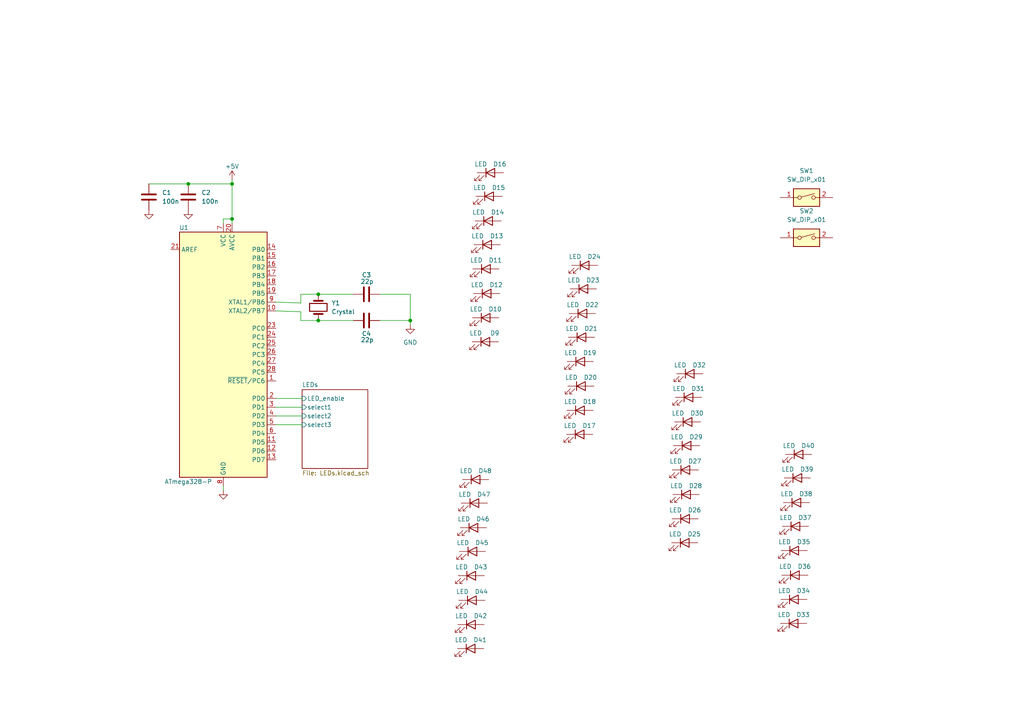
<source format=kicad_sch>
(kicad_sch (version 20230121) (generator eeschema)

  (uuid 1e5b5a6a-6e59-42d8-b7fa-a476a876e447)

  (paper "A4")

  (lib_symbols
    (symbol "Device:C" (pin_numbers hide) (pin_names (offset 0.254)) (in_bom yes) (on_board yes)
      (property "Reference" "C" (at 0.635 2.54 0)
        (effects (font (size 1.27 1.27)) (justify left))
      )
      (property "Value" "C" (at 0.635 -2.54 0)
        (effects (font (size 1.27 1.27)) (justify left))
      )
      (property "Footprint" "" (at 0.9652 -3.81 0)
        (effects (font (size 1.27 1.27)) hide)
      )
      (property "Datasheet" "~" (at 0 0 0)
        (effects (font (size 1.27 1.27)) hide)
      )
      (property "ki_keywords" "cap capacitor" (at 0 0 0)
        (effects (font (size 1.27 1.27)) hide)
      )
      (property "ki_description" "Unpolarized capacitor" (at 0 0 0)
        (effects (font (size 1.27 1.27)) hide)
      )
      (property "ki_fp_filters" "C_*" (at 0 0 0)
        (effects (font (size 1.27 1.27)) hide)
      )
      (symbol "C_0_1"
        (polyline
          (pts
            (xy -2.032 -0.762)
            (xy 2.032 -0.762)
          )
          (stroke (width 0.508) (type default))
          (fill (type none))
        )
        (polyline
          (pts
            (xy -2.032 0.762)
            (xy 2.032 0.762)
          )
          (stroke (width 0.508) (type default))
          (fill (type none))
        )
      )
      (symbol "C_1_1"
        (pin passive line (at 0 3.81 270) (length 2.794)
          (name "~" (effects (font (size 1.27 1.27))))
          (number "1" (effects (font (size 1.27 1.27))))
        )
        (pin passive line (at 0 -3.81 90) (length 2.794)
          (name "~" (effects (font (size 1.27 1.27))))
          (number "2" (effects (font (size 1.27 1.27))))
        )
      )
    )
    (symbol "Device:Crystal" (pin_numbers hide) (pin_names (offset 1.016) hide) (in_bom yes) (on_board yes)
      (property "Reference" "Y" (at 0 3.81 0)
        (effects (font (size 1.27 1.27)))
      )
      (property "Value" "Crystal" (at 0 -3.81 0)
        (effects (font (size 1.27 1.27)))
      )
      (property "Footprint" "" (at 0 0 0)
        (effects (font (size 1.27 1.27)) hide)
      )
      (property "Datasheet" "~" (at 0 0 0)
        (effects (font (size 1.27 1.27)) hide)
      )
      (property "ki_keywords" "quartz ceramic resonator oscillator" (at 0 0 0)
        (effects (font (size 1.27 1.27)) hide)
      )
      (property "ki_description" "Two pin crystal" (at 0 0 0)
        (effects (font (size 1.27 1.27)) hide)
      )
      (property "ki_fp_filters" "Crystal*" (at 0 0 0)
        (effects (font (size 1.27 1.27)) hide)
      )
      (symbol "Crystal_0_1"
        (rectangle (start -1.143 2.54) (end 1.143 -2.54)
          (stroke (width 0.3048) (type default))
          (fill (type none))
        )
        (polyline
          (pts
            (xy -2.54 0)
            (xy -1.905 0)
          )
          (stroke (width 0) (type default))
          (fill (type none))
        )
        (polyline
          (pts
            (xy -1.905 -1.27)
            (xy -1.905 1.27)
          )
          (stroke (width 0.508) (type default))
          (fill (type none))
        )
        (polyline
          (pts
            (xy 1.905 -1.27)
            (xy 1.905 1.27)
          )
          (stroke (width 0.508) (type default))
          (fill (type none))
        )
        (polyline
          (pts
            (xy 2.54 0)
            (xy 1.905 0)
          )
          (stroke (width 0) (type default))
          (fill (type none))
        )
      )
      (symbol "Crystal_1_1"
        (pin passive line (at -3.81 0 0) (length 1.27)
          (name "1" (effects (font (size 1.27 1.27))))
          (number "1" (effects (font (size 1.27 1.27))))
        )
        (pin passive line (at 3.81 0 180) (length 1.27)
          (name "2" (effects (font (size 1.27 1.27))))
          (number "2" (effects (font (size 1.27 1.27))))
        )
      )
    )
    (symbol "Device:LED" (pin_numbers hide) (pin_names (offset 1.016) hide) (in_bom yes) (on_board yes)
      (property "Reference" "D" (at 0 2.54 0)
        (effects (font (size 1.27 1.27)))
      )
      (property "Value" "LED" (at 0 -2.54 0)
        (effects (font (size 1.27 1.27)))
      )
      (property "Footprint" "" (at 0 0 0)
        (effects (font (size 1.27 1.27)) hide)
      )
      (property "Datasheet" "~" (at 0 0 0)
        (effects (font (size 1.27 1.27)) hide)
      )
      (property "ki_keywords" "LED diode" (at 0 0 0)
        (effects (font (size 1.27 1.27)) hide)
      )
      (property "ki_description" "Light emitting diode" (at 0 0 0)
        (effects (font (size 1.27 1.27)) hide)
      )
      (property "ki_fp_filters" "LED* LED_SMD:* LED_THT:*" (at 0 0 0)
        (effects (font (size 1.27 1.27)) hide)
      )
      (symbol "LED_0_1"
        (polyline
          (pts
            (xy -1.27 -1.27)
            (xy -1.27 1.27)
          )
          (stroke (width 0.254) (type default))
          (fill (type none))
        )
        (polyline
          (pts
            (xy -1.27 0)
            (xy 1.27 0)
          )
          (stroke (width 0) (type default))
          (fill (type none))
        )
        (polyline
          (pts
            (xy 1.27 -1.27)
            (xy 1.27 1.27)
            (xy -1.27 0)
            (xy 1.27 -1.27)
          )
          (stroke (width 0.254) (type default))
          (fill (type none))
        )
        (polyline
          (pts
            (xy -3.048 -0.762)
            (xy -4.572 -2.286)
            (xy -3.81 -2.286)
            (xy -4.572 -2.286)
            (xy -4.572 -1.524)
          )
          (stroke (width 0) (type default))
          (fill (type none))
        )
        (polyline
          (pts
            (xy -1.778 -0.762)
            (xy -3.302 -2.286)
            (xy -2.54 -2.286)
            (xy -3.302 -2.286)
            (xy -3.302 -1.524)
          )
          (stroke (width 0) (type default))
          (fill (type none))
        )
      )
      (symbol "LED_1_1"
        (pin passive line (at -3.81 0 0) (length 2.54)
          (name "K" (effects (font (size 1.27 1.27))))
          (number "1" (effects (font (size 1.27 1.27))))
        )
        (pin passive line (at 3.81 0 180) (length 2.54)
          (name "A" (effects (font (size 1.27 1.27))))
          (number "2" (effects (font (size 1.27 1.27))))
        )
      )
    )
    (symbol "MCU_Microchip_ATmega:ATmega328-P" (in_bom yes) (on_board yes)
      (property "Reference" "U" (at -12.7 36.83 0)
        (effects (font (size 1.27 1.27)) (justify left bottom))
      )
      (property "Value" "ATmega328-P" (at 2.54 -36.83 0)
        (effects (font (size 1.27 1.27)) (justify left top))
      )
      (property "Footprint" "Package_DIP:DIP-28_W7.62mm" (at 0 0 0)
        (effects (font (size 1.27 1.27) italic) hide)
      )
      (property "Datasheet" "http://ww1.microchip.com/downloads/en/DeviceDoc/ATmega328_P%20AVR%20MCU%20with%20picoPower%20Technology%20Data%20Sheet%2040001984A.pdf" (at 0 0 0)
        (effects (font (size 1.27 1.27)) hide)
      )
      (property "ki_keywords" "AVR 8bit Microcontroller MegaAVR" (at 0 0 0)
        (effects (font (size 1.27 1.27)) hide)
      )
      (property "ki_description" "20MHz, 32kB Flash, 2kB SRAM, 1kB EEPROM, DIP-28" (at 0 0 0)
        (effects (font (size 1.27 1.27)) hide)
      )
      (property "ki_fp_filters" "DIP*W7.62mm*" (at 0 0 0)
        (effects (font (size 1.27 1.27)) hide)
      )
      (symbol "ATmega328-P_0_1"
        (rectangle (start -12.7 -35.56) (end 12.7 35.56)
          (stroke (width 0.254) (type default))
          (fill (type background))
        )
      )
      (symbol "ATmega328-P_1_1"
        (pin bidirectional line (at 15.24 -7.62 180) (length 2.54)
          (name "~{RESET}/PC6" (effects (font (size 1.27 1.27))))
          (number "1" (effects (font (size 1.27 1.27))))
        )
        (pin bidirectional line (at 15.24 12.7 180) (length 2.54)
          (name "XTAL2/PB7" (effects (font (size 1.27 1.27))))
          (number "10" (effects (font (size 1.27 1.27))))
        )
        (pin bidirectional line (at 15.24 -25.4 180) (length 2.54)
          (name "PD5" (effects (font (size 1.27 1.27))))
          (number "11" (effects (font (size 1.27 1.27))))
        )
        (pin bidirectional line (at 15.24 -27.94 180) (length 2.54)
          (name "PD6" (effects (font (size 1.27 1.27))))
          (number "12" (effects (font (size 1.27 1.27))))
        )
        (pin bidirectional line (at 15.24 -30.48 180) (length 2.54)
          (name "PD7" (effects (font (size 1.27 1.27))))
          (number "13" (effects (font (size 1.27 1.27))))
        )
        (pin bidirectional line (at 15.24 30.48 180) (length 2.54)
          (name "PB0" (effects (font (size 1.27 1.27))))
          (number "14" (effects (font (size 1.27 1.27))))
        )
        (pin bidirectional line (at 15.24 27.94 180) (length 2.54)
          (name "PB1" (effects (font (size 1.27 1.27))))
          (number "15" (effects (font (size 1.27 1.27))))
        )
        (pin bidirectional line (at 15.24 25.4 180) (length 2.54)
          (name "PB2" (effects (font (size 1.27 1.27))))
          (number "16" (effects (font (size 1.27 1.27))))
        )
        (pin bidirectional line (at 15.24 22.86 180) (length 2.54)
          (name "PB3" (effects (font (size 1.27 1.27))))
          (number "17" (effects (font (size 1.27 1.27))))
        )
        (pin bidirectional line (at 15.24 20.32 180) (length 2.54)
          (name "PB4" (effects (font (size 1.27 1.27))))
          (number "18" (effects (font (size 1.27 1.27))))
        )
        (pin bidirectional line (at 15.24 17.78 180) (length 2.54)
          (name "PB5" (effects (font (size 1.27 1.27))))
          (number "19" (effects (font (size 1.27 1.27))))
        )
        (pin bidirectional line (at 15.24 -12.7 180) (length 2.54)
          (name "PD0" (effects (font (size 1.27 1.27))))
          (number "2" (effects (font (size 1.27 1.27))))
        )
        (pin power_in line (at 2.54 38.1 270) (length 2.54)
          (name "AVCC" (effects (font (size 1.27 1.27))))
          (number "20" (effects (font (size 1.27 1.27))))
        )
        (pin passive line (at -15.24 30.48 0) (length 2.54)
          (name "AREF" (effects (font (size 1.27 1.27))))
          (number "21" (effects (font (size 1.27 1.27))))
        )
        (pin passive line (at 0 -38.1 90) (length 2.54) hide
          (name "GND" (effects (font (size 1.27 1.27))))
          (number "22" (effects (font (size 1.27 1.27))))
        )
        (pin bidirectional line (at 15.24 7.62 180) (length 2.54)
          (name "PC0" (effects (font (size 1.27 1.27))))
          (number "23" (effects (font (size 1.27 1.27))))
        )
        (pin bidirectional line (at 15.24 5.08 180) (length 2.54)
          (name "PC1" (effects (font (size 1.27 1.27))))
          (number "24" (effects (font (size 1.27 1.27))))
        )
        (pin bidirectional line (at 15.24 2.54 180) (length 2.54)
          (name "PC2" (effects (font (size 1.27 1.27))))
          (number "25" (effects (font (size 1.27 1.27))))
        )
        (pin bidirectional line (at 15.24 0 180) (length 2.54)
          (name "PC3" (effects (font (size 1.27 1.27))))
          (number "26" (effects (font (size 1.27 1.27))))
        )
        (pin bidirectional line (at 15.24 -2.54 180) (length 2.54)
          (name "PC4" (effects (font (size 1.27 1.27))))
          (number "27" (effects (font (size 1.27 1.27))))
        )
        (pin bidirectional line (at 15.24 -5.08 180) (length 2.54)
          (name "PC5" (effects (font (size 1.27 1.27))))
          (number "28" (effects (font (size 1.27 1.27))))
        )
        (pin bidirectional line (at 15.24 -15.24 180) (length 2.54)
          (name "PD1" (effects (font (size 1.27 1.27))))
          (number "3" (effects (font (size 1.27 1.27))))
        )
        (pin bidirectional line (at 15.24 -17.78 180) (length 2.54)
          (name "PD2" (effects (font (size 1.27 1.27))))
          (number "4" (effects (font (size 1.27 1.27))))
        )
        (pin bidirectional line (at 15.24 -20.32 180) (length 2.54)
          (name "PD3" (effects (font (size 1.27 1.27))))
          (number "5" (effects (font (size 1.27 1.27))))
        )
        (pin bidirectional line (at 15.24 -22.86 180) (length 2.54)
          (name "PD4" (effects (font (size 1.27 1.27))))
          (number "6" (effects (font (size 1.27 1.27))))
        )
        (pin power_in line (at 0 38.1 270) (length 2.54)
          (name "VCC" (effects (font (size 1.27 1.27))))
          (number "7" (effects (font (size 1.27 1.27))))
        )
        (pin power_in line (at 0 -38.1 90) (length 2.54)
          (name "GND" (effects (font (size 1.27 1.27))))
          (number "8" (effects (font (size 1.27 1.27))))
        )
        (pin bidirectional line (at 15.24 15.24 180) (length 2.54)
          (name "XTAL1/PB6" (effects (font (size 1.27 1.27))))
          (number "9" (effects (font (size 1.27 1.27))))
        )
      )
    )
    (symbol "Switch:SW_DIP_x01" (pin_names (offset 0) hide) (in_bom yes) (on_board yes)
      (property "Reference" "SW" (at 0 3.81 0)
        (effects (font (size 1.27 1.27)))
      )
      (property "Value" "SW_DIP_x01" (at 0 -3.81 0)
        (effects (font (size 1.27 1.27)))
      )
      (property "Footprint" "" (at 0 0 0)
        (effects (font (size 1.27 1.27)) hide)
      )
      (property "Datasheet" "~" (at 0 0 0)
        (effects (font (size 1.27 1.27)) hide)
      )
      (property "ki_keywords" "dip switch" (at 0 0 0)
        (effects (font (size 1.27 1.27)) hide)
      )
      (property "ki_description" "1x DIP Switch, Single Pole Single Throw (SPST) switch, small symbol" (at 0 0 0)
        (effects (font (size 1.27 1.27)) hide)
      )
      (property "ki_fp_filters" "SW?DIP?x1*" (at 0 0 0)
        (effects (font (size 1.27 1.27)) hide)
      )
      (symbol "SW_DIP_x01_0_0"
        (circle (center -2.032 0) (radius 0.508)
          (stroke (width 0) (type default))
          (fill (type none))
        )
        (polyline
          (pts
            (xy -1.524 0.127)
            (xy 2.3622 1.1684)
          )
          (stroke (width 0) (type default))
          (fill (type none))
        )
        (circle (center 2.032 0) (radius 0.508)
          (stroke (width 0) (type default))
          (fill (type none))
        )
      )
      (symbol "SW_DIP_x01_0_1"
        (rectangle (start -3.81 2.54) (end 3.81 -2.54)
          (stroke (width 0.254) (type default))
          (fill (type background))
        )
      )
      (symbol "SW_DIP_x01_1_1"
        (pin passive line (at -7.62 0 0) (length 5.08)
          (name "~" (effects (font (size 1.27 1.27))))
          (number "1" (effects (font (size 1.27 1.27))))
        )
        (pin passive line (at 7.62 0 180) (length 5.08)
          (name "~" (effects (font (size 1.27 1.27))))
          (number "2" (effects (font (size 1.27 1.27))))
        )
      )
    )
    (symbol "power:+5V" (power) (pin_names (offset 0)) (in_bom yes) (on_board yes)
      (property "Reference" "#PWR" (at 0 -3.81 0)
        (effects (font (size 1.27 1.27)) hide)
      )
      (property "Value" "+5V" (at 0 3.556 0)
        (effects (font (size 1.27 1.27)))
      )
      (property "Footprint" "" (at 0 0 0)
        (effects (font (size 1.27 1.27)) hide)
      )
      (property "Datasheet" "" (at 0 0 0)
        (effects (font (size 1.27 1.27)) hide)
      )
      (property "ki_keywords" "global power" (at 0 0 0)
        (effects (font (size 1.27 1.27)) hide)
      )
      (property "ki_description" "Power symbol creates a global label with name \"+5V\"" (at 0 0 0)
        (effects (font (size 1.27 1.27)) hide)
      )
      (symbol "+5V_0_1"
        (polyline
          (pts
            (xy -0.762 1.27)
            (xy 0 2.54)
          )
          (stroke (width 0) (type default))
          (fill (type none))
        )
        (polyline
          (pts
            (xy 0 0)
            (xy 0 2.54)
          )
          (stroke (width 0) (type default))
          (fill (type none))
        )
        (polyline
          (pts
            (xy 0 2.54)
            (xy 0.762 1.27)
          )
          (stroke (width 0) (type default))
          (fill (type none))
        )
      )
      (symbol "+5V_1_1"
        (pin power_in line (at 0 0 90) (length 0) hide
          (name "+5V" (effects (font (size 1.27 1.27))))
          (number "1" (effects (font (size 1.27 1.27))))
        )
      )
    )
    (symbol "power:GND" (power) (pin_names (offset 0)) (in_bom yes) (on_board yes)
      (property "Reference" "#PWR" (at 0 -6.35 0)
        (effects (font (size 1.27 1.27)) hide)
      )
      (property "Value" "GND" (at 0 -3.81 0)
        (effects (font (size 1.27 1.27)))
      )
      (property "Footprint" "" (at 0 0 0)
        (effects (font (size 1.27 1.27)) hide)
      )
      (property "Datasheet" "" (at 0 0 0)
        (effects (font (size 1.27 1.27)) hide)
      )
      (property "ki_keywords" "global power" (at 0 0 0)
        (effects (font (size 1.27 1.27)) hide)
      )
      (property "ki_description" "Power symbol creates a global label with name \"GND\" , ground" (at 0 0 0)
        (effects (font (size 1.27 1.27)) hide)
      )
      (symbol "GND_0_1"
        (polyline
          (pts
            (xy 0 0)
            (xy 0 -1.27)
            (xy 1.27 -1.27)
            (xy 0 -2.54)
            (xy -1.27 -1.27)
            (xy 0 -1.27)
          )
          (stroke (width 0) (type default))
          (fill (type none))
        )
      )
      (symbol "GND_1_1"
        (pin power_in line (at 0 0 270) (length 0) hide
          (name "GND" (effects (font (size 1.27 1.27))))
          (number "1" (effects (font (size 1.27 1.27))))
        )
      )
    )
  )

  (junction (at 118.999 92.964) (diameter 0) (color 0 0 0 0)
    (uuid 77be0a96-0af6-4e06-a826-c72d30e70d23)
  )
  (junction (at 92.329 85.344) (diameter 0) (color 0 0 0 0)
    (uuid 7859ff5d-5055-4d97-80ea-7ea4796fca5f)
  )
  (junction (at 54.61 53.34) (diameter 0) (color 0 0 0 0)
    (uuid 95ff003b-995a-4cc5-b024-8dab59ad1b96)
  )
  (junction (at 92.329 92.964) (diameter 0) (color 0 0 0 0)
    (uuid 97c29394-7dae-4a66-aff8-c02c7406368d)
  )
  (junction (at 67.31 53.34) (diameter 0) (color 0 0 0 0)
    (uuid 9b364bb5-1a7e-4d55-af60-5a35f4bfe3c0)
  )
  (junction (at 67.31 63.5) (diameter 0) (color 0 0 0 0)
    (uuid e9e03a6d-f6c3-4b01-9fe3-b7f295cb640f)
  )

  (wire (pts (xy 67.31 53.34) (xy 67.31 63.5))
    (stroke (width 0) (type default))
    (uuid 11b4288c-7628-4a0d-a413-e0e699ad881c)
  )
  (wire (pts (xy 80.01 90.17) (xy 87.249 90.424))
    (stroke (width 0) (type default))
    (uuid 1cf8f099-161b-488c-818d-56d8f5d31981)
  )
  (wire (pts (xy 80.01 115.57) (xy 87.63 115.57))
    (stroke (width 0) (type default))
    (uuid 23aeeba2-369b-4ae6-a312-7600dc4c887c)
  )
  (wire (pts (xy 87.249 92.964) (xy 92.329 92.964))
    (stroke (width 0) (type default))
    (uuid 289a5ee4-99aa-47db-b9e5-f3002f32c653)
  )
  (wire (pts (xy 64.77 64.77) (xy 64.77 63.5))
    (stroke (width 0) (type default))
    (uuid 2fa788ed-02af-4154-984e-91290b22da7a)
  )
  (wire (pts (xy 92.329 85.344) (xy 102.489 85.344))
    (stroke (width 0) (type default))
    (uuid 39b57376-3897-41c8-9ed5-e94cccb61fc8)
  )
  (wire (pts (xy 80.01 123.19) (xy 87.63 123.19))
    (stroke (width 0) (type default))
    (uuid 3ccc10b6-a259-4949-8db4-1d1f6d46d0db)
  )
  (wire (pts (xy 87.249 85.344) (xy 92.329 85.344))
    (stroke (width 0) (type default))
    (uuid 3e03cbce-ed4b-4a0e-8bb3-19f6b996522c)
  )
  (wire (pts (xy 80.01 118.11) (xy 87.63 118.11))
    (stroke (width 0) (type default))
    (uuid 647aa50b-d45f-4aa8-94d5-fbca483307d8)
  )
  (wire (pts (xy 64.77 63.5) (xy 67.31 63.5))
    (stroke (width 0) (type default))
    (uuid 707e044c-49fc-4ecb-a62f-a16f6a2cfed2)
  )
  (wire (pts (xy 118.999 85.344) (xy 118.999 92.964))
    (stroke (width 0) (type default))
    (uuid 7092d400-7476-47ca-ac15-7ae8b877c80f)
  )
  (wire (pts (xy 87.249 90.424) (xy 87.249 92.964))
    (stroke (width 0) (type default))
    (uuid 782c6977-ba28-4c8a-bfdb-8e715deb5af7)
  )
  (wire (pts (xy 67.31 63.5) (xy 67.31 64.77))
    (stroke (width 0) (type default))
    (uuid 86b5e5a9-f2c3-4f7c-b87c-46570b2ab5a9)
  )
  (wire (pts (xy 80.01 120.65) (xy 87.63 120.65))
    (stroke (width 0) (type default))
    (uuid b1eb77c1-fe67-40b6-90a9-47e3ca2a1e44)
  )
  (wire (pts (xy 110.109 85.344) (xy 118.999 85.344))
    (stroke (width 0) (type default))
    (uuid b5877826-9af5-4ae1-83d4-088eebd0c691)
  )
  (wire (pts (xy 54.61 53.34) (xy 43.18 53.34))
    (stroke (width 0) (type default))
    (uuid ba5eee6d-08ac-4307-ae95-6ac578a95fd3)
  )
  (wire (pts (xy 110.109 92.964) (xy 118.999 92.964))
    (stroke (width 0) (type default))
    (uuid c7b5f9dc-bff9-4786-bc35-0648cd6ccbec)
  )
  (wire (pts (xy 92.329 92.964) (xy 102.489 92.964))
    (stroke (width 0) (type default))
    (uuid cf93340f-0a54-4186-9e28-a338d8f5e047)
  )
  (wire (pts (xy 67.31 53.34) (xy 54.61 53.34))
    (stroke (width 0) (type default))
    (uuid d2866cd0-9a80-46c1-803a-c62e0ed03ed6)
  )
  (wire (pts (xy 87.249 87.884) (xy 87.249 85.344))
    (stroke (width 0) (type default))
    (uuid e41a1716-7eec-4789-a175-d52d94946f89)
  )
  (wire (pts (xy 80.01 87.63) (xy 87.249 87.884))
    (stroke (width 0) (type default))
    (uuid e4e60c6f-8f49-4a37-94d8-c087cfac2645)
  )
  (wire (pts (xy 118.999 92.964) (xy 118.999 94.234))
    (stroke (width 0) (type default))
    (uuid f656ed04-980c-4d28-8783-c1b0ae08e3f1)
  )
  (wire (pts (xy 64.77 140.97) (xy 64.77 142.24))
    (stroke (width 0) (type default))
    (uuid f69b9505-a43f-4eea-a6da-1e926ecdbb92)
  )
  (wire (pts (xy 67.31 52.07) (xy 67.31 53.34))
    (stroke (width 0) (type default))
    (uuid f995080e-26b4-466e-b524-9e417efb13be)
  )

  (symbol (lib_id "Device:LED") (at 199.6948 115.2398 0) (unit 1)
    (in_bom yes) (on_board yes) (dnp no)
    (uuid 02b2b7c5-d922-453d-a9b8-10bdf8cf9ccb)
    (property "Reference" "D31" (at 202.438 112.7252 0)
      (effects (font (size 1.27 1.27)))
    )
    (property "Value" "LED" (at 196.9262 112.7252 0)
      (effects (font (size 1.27 1.27)))
    )
    (property "Footprint" "" (at 199.6948 115.2398 0)
      (effects (font (size 1.27 1.27)) hide)
    )
    (property "Datasheet" "~" (at 199.6948 115.2398 0)
      (effects (font (size 1.27 1.27)) hide)
    )
    (pin "1" (uuid f728f5ba-7dab-43f7-90d7-841dd6623c72))
    (pin "2" (uuid ade10629-b037-4bff-8652-908bf3a3bf8a))
    (instances
      (project "scouting"
        (path "/1e5b5a6a-6e59-42d8-b7fa-a476a876e447"
          (reference "D31") (unit 1)
        )
      )
    )
  )

  (symbol (lib_id "Device:LED") (at 137.5918 145.923 0) (unit 1)
    (in_bom yes) (on_board yes) (dnp no)
    (uuid 05d466d1-6d62-4003-8e62-df2e4ae01664)
    (property "Reference" "D47" (at 140.335 143.4084 0)
      (effects (font (size 1.27 1.27)))
    )
    (property "Value" "LED" (at 134.8232 143.4084 0)
      (effects (font (size 1.27 1.27)))
    )
    (property "Footprint" "" (at 137.5918 145.923 0)
      (effects (font (size 1.27 1.27)) hide)
    )
    (property "Datasheet" "~" (at 137.5918 145.923 0)
      (effects (font (size 1.27 1.27)) hide)
    )
    (pin "1" (uuid 8ba9979d-8615-43c0-9a4e-3679b6764903))
    (pin "2" (uuid f6f2955c-257c-4a5f-88ce-31f7c1b354a6))
    (instances
      (project "scouting"
        (path "/1e5b5a6a-6e59-42d8-b7fa-a476a876e447"
          (reference "D47") (unit 1)
        )
      )
    )
  )

  (symbol (lib_id "Device:LED") (at 198.7804 136.2964 0) (unit 1)
    (in_bom yes) (on_board yes) (dnp no)
    (uuid 08938a3d-5eed-40a7-a0db-c4808b0f887b)
    (property "Reference" "D27" (at 201.5236 133.7818 0)
      (effects (font (size 1.27 1.27)))
    )
    (property "Value" "LED" (at 196.0118 133.7818 0)
      (effects (font (size 1.27 1.27)))
    )
    (property "Footprint" "" (at 198.7804 136.2964 0)
      (effects (font (size 1.27 1.27)) hide)
    )
    (property "Datasheet" "~" (at 198.7804 136.2964 0)
      (effects (font (size 1.27 1.27)) hide)
    )
    (pin "1" (uuid 02690f3d-2a63-41be-a3f5-9aaac3992864))
    (pin "2" (uuid 608409ab-3866-4965-9d60-c6fa1e21d692))
    (instances
      (project "scouting"
        (path "/1e5b5a6a-6e59-42d8-b7fa-a476a876e447"
          (reference "D27") (unit 1)
        )
      )
    )
  )

  (symbol (lib_id "Device:LED") (at 137.033 159.9438 0) (unit 1)
    (in_bom yes) (on_board yes) (dnp no)
    (uuid 09f98b80-2459-4dd9-b976-ce5e03216e9e)
    (property "Reference" "D45" (at 139.7762 157.4292 0)
      (effects (font (size 1.27 1.27)))
    )
    (property "Value" "LED" (at 134.2644 157.4292 0)
      (effects (font (size 1.27 1.27)))
    )
    (property "Footprint" "" (at 137.033 159.9438 0)
      (effects (font (size 1.27 1.27)) hide)
    )
    (property "Datasheet" "~" (at 137.033 159.9438 0)
      (effects (font (size 1.27 1.27)) hide)
    )
    (pin "1" (uuid 788846b9-053e-4547-8803-a206f40339da))
    (pin "2" (uuid bfacba3d-146d-4242-b71c-a7cf55319ce8))
    (instances
      (project "scouting"
        (path "/1e5b5a6a-6e59-42d8-b7fa-a476a876e447"
          (reference "D45") (unit 1)
        )
      )
    )
  )

  (symbol (lib_id "Device:C") (at 106.299 92.964 90) (unit 1)
    (in_bom yes) (on_board yes) (dnp no)
    (uuid 0d83cd8a-a87f-4857-a3f8-ff9e396bfee5)
    (property "Reference" "C4" (at 106.299 96.774 90)
      (effects (font (size 1.27 1.27)))
    )
    (property "Value" "22p" (at 106.5022 98.5774 90)
      (effects (font (size 1.27 1.27)))
    )
    (property "Footprint" "" (at 110.109 91.9988 0)
      (effects (font (size 1.27 1.27)) hide)
    )
    (property "Datasheet" "~" (at 106.299 92.964 0)
      (effects (font (size 1.27 1.27)) hide)
    )
    (pin "1" (uuid 8f76c41c-1bb0-45c7-963c-711165119cc9))
    (pin "2" (uuid 1dc4c8ea-0ec3-4665-a685-c662b98830e7))
    (instances
      (project "scouting"
        (path "/1e5b5a6a-6e59-42d8-b7fa-a476a876e447"
          (reference "C4") (unit 1)
        )
      )
    )
  )

  (symbol (lib_id "Device:LED") (at 231.267 138.6332 0) (unit 1)
    (in_bom yes) (on_board yes) (dnp no)
    (uuid 149e4686-0597-435c-8fa1-fbb2b8f17ee0)
    (property "Reference" "D39" (at 234.0102 136.1186 0)
      (effects (font (size 1.27 1.27)))
    )
    (property "Value" "LED" (at 228.4984 136.1186 0)
      (effects (font (size 1.27 1.27)))
    )
    (property "Footprint" "" (at 231.267 138.6332 0)
      (effects (font (size 1.27 1.27)) hide)
    )
    (property "Datasheet" "~" (at 231.267 138.6332 0)
      (effects (font (size 1.27 1.27)) hide)
    )
    (pin "1" (uuid 4eb370fe-5b5d-42c0-84db-8a501282aee1))
    (pin "2" (uuid 6789f3a6-0901-4d82-b9bf-27734101f8c2))
    (instances
      (project "scouting"
        (path "/1e5b5a6a-6e59-42d8-b7fa-a476a876e447"
          (reference "D39") (unit 1)
        )
      )
    )
  )

  (symbol (lib_id "power:GND") (at 64.77 142.24 0) (unit 1)
    (in_bom yes) (on_board yes) (dnp no) (fields_autoplaced)
    (uuid 2aa91cb3-f34a-4c30-9c5b-c087d28158a5)
    (property "Reference" "#PWR01" (at 64.77 148.59 0)
      (effects (font (size 1.27 1.27)) hide)
    )
    (property "Value" "GND" (at 64.77 147.32 0)
      (effects (font (size 1.27 1.27)) hide)
    )
    (property "Footprint" "" (at 64.77 142.24 0)
      (effects (font (size 1.27 1.27)) hide)
    )
    (property "Datasheet" "" (at 64.77 142.24 0)
      (effects (font (size 1.27 1.27)) hide)
    )
    (pin "1" (uuid 0129132f-6cbb-4f95-a958-dc619531adce))
    (instances
      (project "scouting"
        (path "/1e5b5a6a-6e59-42d8-b7fa-a476a876e447"
          (reference "#PWR01") (unit 1)
        )
      )
    )
  )

  (symbol (lib_id "Device:LED") (at 169.5704 76.962 0) (unit 1)
    (in_bom yes) (on_board yes) (dnp no)
    (uuid 2db68d31-e469-4106-9950-92173b52e701)
    (property "Reference" "D24" (at 172.3136 74.4474 0)
      (effects (font (size 1.27 1.27)))
    )
    (property "Value" "LED" (at 166.8018 74.4474 0)
      (effects (font (size 1.27 1.27)))
    )
    (property "Footprint" "" (at 169.5704 76.962 0)
      (effects (font (size 1.27 1.27)) hide)
    )
    (property "Datasheet" "~" (at 169.5704 76.962 0)
      (effects (font (size 1.27 1.27)) hide)
    )
    (pin "1" (uuid a661fd8f-e451-4cfa-abc4-d125b29ca17a))
    (pin "2" (uuid aec8f51b-0d4f-4727-ad03-5c6834f59d33))
    (instances
      (project "scouting"
        (path "/1e5b5a6a-6e59-42d8-b7fa-a476a876e447"
          (reference "D24") (unit 1)
        )
      )
    )
  )

  (symbol (lib_id "Device:LED") (at 168.3004 104.8512 0) (unit 1)
    (in_bom yes) (on_board yes) (dnp no)
    (uuid 3621a1c4-85f8-4c59-9d94-2e10c816241b)
    (property "Reference" "D19" (at 171.0436 102.3366 0)
      (effects (font (size 1.27 1.27)))
    )
    (property "Value" "LED" (at 165.5318 102.3366 0)
      (effects (font (size 1.27 1.27)))
    )
    (property "Footprint" "" (at 168.3004 104.8512 0)
      (effects (font (size 1.27 1.27)) hide)
    )
    (property "Datasheet" "~" (at 168.3004 104.8512 0)
      (effects (font (size 1.27 1.27)) hide)
    )
    (pin "1" (uuid 31002466-d1ff-4b9c-974b-2144298469fd))
    (pin "2" (uuid cd406cbe-fa2a-4a0f-b407-86d5592b574b))
    (instances
      (project "scouting"
        (path "/1e5b5a6a-6e59-42d8-b7fa-a476a876e447"
          (reference "D19") (unit 1)
        )
      )
    )
  )

  (symbol (lib_id "power:GND") (at 118.999 94.234 0) (unit 1)
    (in_bom yes) (on_board yes) (dnp no) (fields_autoplaced)
    (uuid 38a3d7e3-33fa-49ab-b678-beb063b39dbe)
    (property "Reference" "#PWR04" (at 118.999 100.584 0)
      (effects (font (size 1.27 1.27)) hide)
    )
    (property "Value" "GND" (at 118.999 99.314 0)
      (effects (font (size 1.27 1.27)))
    )
    (property "Footprint" "" (at 118.999 94.234 0)
      (effects (font (size 1.27 1.27)) hide)
    )
    (property "Datasheet" "" (at 118.999 94.234 0)
      (effects (font (size 1.27 1.27)) hide)
    )
    (pin "1" (uuid 95f23047-1340-4e3d-bf74-0e8dbb4a821c))
    (instances
      (project "scouting"
        (path "/1e5b5a6a-6e59-42d8-b7fa-a476a876e447"
          (reference "#PWR04") (unit 1)
        )
      )
    )
  )

  (symbol (lib_id "MCU_Microchip_ATmega:ATmega328-P") (at 64.77 102.87 0) (unit 1)
    (in_bom yes) (on_board yes) (dnp no)
    (uuid 3a90f8b8-f829-4097-b99b-0b4fd1ede32d)
    (property "Reference" "U1" (at 53.34 66.04 0)
      (effects (font (size 1.27 1.27)))
    )
    (property "Value" "ATmega328-P" (at 54.61 139.7 0)
      (effects (font (size 1.27 1.27)))
    )
    (property "Footprint" "Package_DIP:DIP-28_W7.62mm" (at 64.77 102.87 0)
      (effects (font (size 1.27 1.27) italic) hide)
    )
    (property "Datasheet" "http://ww1.microchip.com/downloads/en/DeviceDoc/ATmega328_P%20AVR%20MCU%20with%20picoPower%20Technology%20Data%20Sheet%2040001984A.pdf" (at 64.77 102.87 0)
      (effects (font (size 1.27 1.27)) hide)
    )
    (pin "1" (uuid 48fe34a8-7c66-4b44-be9b-c27dbe97f4cc))
    (pin "10" (uuid 7a7cb500-caa1-4481-baf1-cbf265d9aafc))
    (pin "11" (uuid 5809a854-acbc-43fa-b51e-0296e0288592))
    (pin "12" (uuid 370b5b2f-edf1-48d4-aab9-71a6374edb6a))
    (pin "13" (uuid 79baf2da-b7a1-4164-9047-bfc54388397a))
    (pin "14" (uuid f3f10237-e7bf-4bb9-be7b-6a9f4e44a2db))
    (pin "15" (uuid 60d7fc44-8dcb-4389-9b0e-4bb092bd6d2d))
    (pin "16" (uuid e107bc62-761a-46cb-94a5-47848b478f0e))
    (pin "17" (uuid a229ab03-18ed-4f55-bce8-5ff85a375490))
    (pin "18" (uuid 41799057-49df-4da7-b7fd-6ad312843df6))
    (pin "19" (uuid 235a8256-1be9-4a17-a5ae-1b6bdda4f858))
    (pin "2" (uuid 059b1110-c19b-4590-ab24-812126a1adc2))
    (pin "20" (uuid 4bc6ab3c-aa80-4621-8724-765b5afc285c))
    (pin "21" (uuid 0f7b7d06-e548-4f81-9e2a-a7827e32f624))
    (pin "22" (uuid d938872a-c555-4025-9373-ff8195a18335))
    (pin "23" (uuid 84de398a-e06d-4b4c-866e-7dc9d70dced5))
    (pin "24" (uuid 3f341f49-c853-4c14-8fc5-236a35fe7ac2))
    (pin "25" (uuid 3379b831-240b-4ced-af1f-e5d1c2169314))
    (pin "26" (uuid ad39b9f5-9a55-4b4e-99aa-d717d80ee53a))
    (pin "27" (uuid b4b47b68-479d-46e7-9e10-3546dc9a21b6))
    (pin "28" (uuid 2644b70c-610a-4e6d-b302-642e59a92e36))
    (pin "3" (uuid 82efa732-7303-4dbd-9641-4b70f70f60a6))
    (pin "4" (uuid 2cdc6ea4-9cbd-48aa-b8a4-82363f35cdf2))
    (pin "5" (uuid c65015bf-a6ab-41a8-b78a-9352b2233e49))
    (pin "6" (uuid 8a2e52b2-43c8-4e79-ba18-6dd85588a6ef))
    (pin "7" (uuid d9dd8542-b4a1-4974-aed0-a7f9c2dd6065))
    (pin "8" (uuid 69ff76cb-8442-480a-91bd-25ac0c072889))
    (pin "9" (uuid 329fa47b-b1dd-49e8-9057-5c6f46e2c7fc))
    (instances
      (project "scouting"
        (path "/1e5b5a6a-6e59-42d8-b7fa-a476a876e447"
          (reference "U1") (unit 1)
        )
      )
    )
  )

  (symbol (lib_id "Device:LED") (at 140.9446 78.0034 0) (unit 1)
    (in_bom yes) (on_board yes) (dnp no)
    (uuid 3c0c9257-9254-4fec-b9b6-e5293dd47d00)
    (property "Reference" "D11" (at 143.6878 75.4888 0)
      (effects (font (size 1.27 1.27)))
    )
    (property "Value" "LED" (at 138.176 75.4888 0)
      (effects (font (size 1.27 1.27)))
    )
    (property "Footprint" "" (at 140.9446 78.0034 0)
      (effects (font (size 1.27 1.27)) hide)
    )
    (property "Datasheet" "~" (at 140.9446 78.0034 0)
      (effects (font (size 1.27 1.27)) hide)
    )
    (pin "1" (uuid 7523f8fe-7c95-492b-8f01-4d7ff2deda3a))
    (pin "2" (uuid 06e36e73-4052-4e8a-a0bb-3a956aebb308))
    (instances
      (project "scouting"
        (path "/1e5b5a6a-6e59-42d8-b7fa-a476a876e447"
          (reference "D11") (unit 1)
        )
      )
    )
  )

  (symbol (lib_id "power:+5V") (at 67.31 52.07 0) (unit 1)
    (in_bom yes) (on_board yes) (dnp no)
    (uuid 4b3442eb-b625-4a04-9e57-776433f81407)
    (property "Reference" "#PWR02" (at 67.31 55.88 0)
      (effects (font (size 1.27 1.27)) hide)
    )
    (property "Value" "+5V" (at 67.31 48.26 0)
      (effects (font (size 1.27 1.27)))
    )
    (property "Footprint" "" (at 67.31 52.07 0)
      (effects (font (size 1.27 1.27)) hide)
    )
    (property "Datasheet" "" (at 67.31 52.07 0)
      (effects (font (size 1.27 1.27)) hide)
    )
    (pin "1" (uuid 0043bf56-b177-43ff-9c0b-40ad950b01ec))
    (instances
      (project "scouting"
        (path "/1e5b5a6a-6e59-42d8-b7fa-a476a876e447"
          (reference "#PWR02") (unit 1)
        )
      )
    )
  )

  (symbol (lib_id "Device:LED") (at 140.8684 92.1766 0) (unit 1)
    (in_bom yes) (on_board yes) (dnp no)
    (uuid 4c4efeb7-04e4-4822-934a-6daa99abcb48)
    (property "Reference" "D10" (at 143.6116 89.662 0)
      (effects (font (size 1.27 1.27)))
    )
    (property "Value" "LED" (at 138.0998 89.662 0)
      (effects (font (size 1.27 1.27)))
    )
    (property "Footprint" "" (at 140.8684 92.1766 0)
      (effects (font (size 1.27 1.27)) hide)
    )
    (property "Datasheet" "~" (at 140.8684 92.1766 0)
      (effects (font (size 1.27 1.27)) hide)
    )
    (pin "1" (uuid 07d06867-469c-4c7d-aedc-6385c1a31a35))
    (pin "2" (uuid d43a44cb-7de8-47f3-a5ad-92ca0fbb3d6d))
    (instances
      (project "scouting"
        (path "/1e5b5a6a-6e59-42d8-b7fa-a476a876e447"
          (reference "D10") (unit 1)
        )
      )
    )
  )

  (symbol (lib_id "Switch:SW_DIP_x01") (at 233.934 68.961 0) (unit 1)
    (in_bom yes) (on_board yes) (dnp no) (fields_autoplaced)
    (uuid 4ff954cd-d524-474a-8968-0b58ac08978a)
    (property "Reference" "SW2" (at 233.934 61.1886 0)
      (effects (font (size 1.27 1.27)))
    )
    (property "Value" "SW_DIP_x01" (at 233.934 63.7286 0)
      (effects (font (size 1.27 1.27)))
    )
    (property "Footprint" "" (at 233.934 68.961 0)
      (effects (font (size 1.27 1.27)) hide)
    )
    (property "Datasheet" "~" (at 233.934 68.961 0)
      (effects (font (size 1.27 1.27)) hide)
    )
    (pin "1" (uuid f42d0c22-5209-4327-a514-95f1802acc41))
    (pin "2" (uuid 5c574156-3d1a-41ea-af7c-b1051b82fd73))
    (instances
      (project "scouting"
        (path "/1e5b5a6a-6e59-42d8-b7fa-a476a876e447"
          (reference "SW2") (unit 1)
        )
      )
    )
  )

  (symbol (lib_id "Device:C") (at 106.299 85.344 90) (unit 1)
    (in_bom yes) (on_board yes) (dnp no)
    (uuid 50d48434-bb70-4b6c-89a4-4e7fcc858a9e)
    (property "Reference" "C3" (at 106.299 79.756 90)
      (effects (font (size 1.27 1.27)))
    )
    (property "Value" "22p" (at 106.4514 81.661 90)
      (effects (font (size 1.27 1.27)))
    )
    (property "Footprint" "" (at 110.109 84.3788 0)
      (effects (font (size 1.27 1.27)) hide)
    )
    (property "Datasheet" "~" (at 106.299 85.344 0)
      (effects (font (size 1.27 1.27)) hide)
    )
    (pin "1" (uuid 64461a9c-a4f4-4ef3-9eef-2d4e0e8e5730))
    (pin "2" (uuid e2a3d1fb-9a7d-4ea2-bdbf-868ca1e6f352))
    (instances
      (project "scouting"
        (path "/1e5b5a6a-6e59-42d8-b7fa-a476a876e447"
          (reference "C3") (unit 1)
        )
      )
    )
  )

  (symbol (lib_id "Device:LED") (at 200.0504 108.4072 0) (unit 1)
    (in_bom yes) (on_board yes) (dnp no)
    (uuid 5505313f-36b2-46c8-b842-ae388ddf44dc)
    (property "Reference" "D32" (at 202.7936 105.8926 0)
      (effects (font (size 1.27 1.27)))
    )
    (property "Value" "LED" (at 197.2818 105.8926 0)
      (effects (font (size 1.27 1.27)))
    )
    (property "Footprint" "" (at 200.0504 108.4072 0)
      (effects (font (size 1.27 1.27)) hide)
    )
    (property "Datasheet" "~" (at 200.0504 108.4072 0)
      (effects (font (size 1.27 1.27)) hide)
    )
    (pin "1" (uuid 1759b1a9-5622-4851-acba-36578db07a9d))
    (pin "2" (uuid e32f43e0-1f39-4577-ac23-5dc12d3067c5))
    (instances
      (project "scouting"
        (path "/1e5b5a6a-6e59-42d8-b7fa-a476a876e447"
          (reference "D32") (unit 1)
        )
      )
    )
  )

  (symbol (lib_id "Device:LED") (at 141.859 56.9468 0) (unit 1)
    (in_bom yes) (on_board yes) (dnp no)
    (uuid 57e03b4a-b666-4480-ab38-6e505e5dbdf1)
    (property "Reference" "D15" (at 144.6022 54.4322 0)
      (effects (font (size 1.27 1.27)))
    )
    (property "Value" "LED" (at 139.0904 54.4322 0)
      (effects (font (size 1.27 1.27)))
    )
    (property "Footprint" "" (at 141.859 56.9468 0)
      (effects (font (size 1.27 1.27)) hide)
    )
    (property "Datasheet" "~" (at 141.859 56.9468 0)
      (effects (font (size 1.27 1.27)) hide)
    )
    (pin "1" (uuid e39c1dd7-1b10-4f2e-8874-833ae8b56b3c))
    (pin "2" (uuid 6ec239cd-cb6e-4057-8862-2a045191e988))
    (instances
      (project "scouting"
        (path "/1e5b5a6a-6e59-42d8-b7fa-a476a876e447"
          (reference "D15") (unit 1)
        )
      )
    )
  )

  (symbol (lib_id "Device:LED") (at 168.1226 125.984 0) (unit 1)
    (in_bom yes) (on_board yes) (dnp no)
    (uuid 5a4d4900-9963-43fa-b1c1-98155f7325fa)
    (property "Reference" "D17" (at 170.8658 123.4694 0)
      (effects (font (size 1.27 1.27)))
    )
    (property "Value" "LED" (at 165.354 123.4694 0)
      (effects (font (size 1.27 1.27)))
    )
    (property "Footprint" "" (at 168.1226 125.984 0)
      (effects (font (size 1.27 1.27)) hide)
    )
    (property "Datasheet" "~" (at 168.1226 125.984 0)
      (effects (font (size 1.27 1.27)) hide)
    )
    (pin "1" (uuid 7e9e6dbd-4661-4244-bc28-9b0404ede063))
    (pin "2" (uuid c51700e1-5346-4954-a21a-b1b15d5ba630))
    (instances
      (project "scouting"
        (path "/1e5b5a6a-6e59-42d8-b7fa-a476a876e447"
          (reference "D17") (unit 1)
        )
      )
    )
  )

  (symbol (lib_id "Device:LED") (at 168.656 97.8154 0) (unit 1)
    (in_bom yes) (on_board yes) (dnp no)
    (uuid 6258ba84-8437-4845-a9b8-7aa04cb65068)
    (property "Reference" "D21" (at 171.3992 95.3008 0)
      (effects (font (size 1.27 1.27)))
    )
    (property "Value" "LED" (at 165.8874 95.3008 0)
      (effects (font (size 1.27 1.27)))
    )
    (property "Footprint" "" (at 168.656 97.8154 0)
      (effects (font (size 1.27 1.27)) hide)
    )
    (property "Datasheet" "~" (at 168.656 97.8154 0)
      (effects (font (size 1.27 1.27)) hide)
    )
    (pin "1" (uuid f6b3747c-d829-47aa-8902-80f2316fdcfb))
    (pin "2" (uuid e6ec1cc5-c781-4e13-aac6-bf9324d26fcd))
    (instances
      (project "scouting"
        (path "/1e5b5a6a-6e59-42d8-b7fa-a476a876e447"
          (reference "D21") (unit 1)
        )
      )
    )
  )

  (symbol (lib_id "Device:LED") (at 136.4996 188.1124 0) (unit 1)
    (in_bom yes) (on_board yes) (dnp no)
    (uuid 625cd174-860e-4de6-a4ff-a6e320c81e74)
    (property "Reference" "D41" (at 139.2428 185.5978 0)
      (effects (font (size 1.27 1.27)))
    )
    (property "Value" "LED" (at 133.731 185.5978 0)
      (effects (font (size 1.27 1.27)))
    )
    (property "Footprint" "" (at 136.4996 188.1124 0)
      (effects (font (size 1.27 1.27)) hide)
    )
    (property "Datasheet" "~" (at 136.4996 188.1124 0)
      (effects (font (size 1.27 1.27)) hide)
    )
    (pin "1" (uuid cb4c1eee-ab66-478a-850d-ea3646744639))
    (pin "2" (uuid e4a49744-6dfb-4b33-b851-11357637276c))
    (instances
      (project "scouting"
        (path "/1e5b5a6a-6e59-42d8-b7fa-a476a876e447"
          (reference "D41") (unit 1)
        )
      )
    )
  )

  (symbol (lib_id "Device:LED") (at 230.2764 173.863 0) (unit 1)
    (in_bom yes) (on_board yes) (dnp no)
    (uuid 6a2b6230-ce71-4fe1-a21c-13928b715664)
    (property "Reference" "D34" (at 233.0196 171.3484 0)
      (effects (font (size 1.27 1.27)))
    )
    (property "Value" "LED" (at 227.5078 171.3484 0)
      (effects (font (size 1.27 1.27)))
    )
    (property "Footprint" "" (at 230.2764 173.863 0)
      (effects (font (size 1.27 1.27)) hide)
    )
    (property "Datasheet" "~" (at 230.2764 173.863 0)
      (effects (font (size 1.27 1.27)) hide)
    )
    (pin "1" (uuid 4f9978ab-d8bc-4ef4-bc0d-1e38b7e5cdc3))
    (pin "2" (uuid ba5ac940-c19d-498a-a433-d172cbf160a2))
    (instances
      (project "scouting"
        (path "/1e5b5a6a-6e59-42d8-b7fa-a476a876e447"
          (reference "D34") (unit 1)
        )
      )
    )
  )

  (symbol (lib_id "Device:LED") (at 230.9876 145.7706 0) (unit 1)
    (in_bom yes) (on_board yes) (dnp no)
    (uuid 6b03a3b8-b3ed-4234-9d1a-85808911db49)
    (property "Reference" "D38" (at 233.7308 143.256 0)
      (effects (font (size 1.27 1.27)))
    )
    (property "Value" "LED" (at 228.219 143.256 0)
      (effects (font (size 1.27 1.27)))
    )
    (property "Footprint" "" (at 230.9876 145.7706 0)
      (effects (font (size 1.27 1.27)) hide)
    )
    (property "Datasheet" "~" (at 230.9876 145.7706 0)
      (effects (font (size 1.27 1.27)) hide)
    )
    (pin "1" (uuid c86872f1-7451-449a-b07d-cc5f29642593))
    (pin "2" (uuid b95ae7b6-5289-4d79-b3e9-7b3c31eb38ea))
    (instances
      (project "scouting"
        (path "/1e5b5a6a-6e59-42d8-b7fa-a476a876e447"
          (reference "D38") (unit 1)
        )
      )
    )
  )

  (symbol (lib_id "Switch:SW_DIP_x01") (at 233.934 57.3024 0) (unit 1)
    (in_bom yes) (on_board yes) (dnp no) (fields_autoplaced)
    (uuid 6e86b420-7b28-436a-bbf2-a13dc097cfb9)
    (property "Reference" "SW1" (at 233.934 49.53 0)
      (effects (font (size 1.27 1.27)))
    )
    (property "Value" "SW_DIP_x01" (at 233.934 52.07 0)
      (effects (font (size 1.27 1.27)))
    )
    (property "Footprint" "" (at 233.934 57.3024 0)
      (effects (font (size 1.27 1.27)) hide)
    )
    (property "Datasheet" "~" (at 233.934 57.3024 0)
      (effects (font (size 1.27 1.27)) hide)
    )
    (pin "1" (uuid bf6023e4-9c9d-4768-a527-d979bfff20b1))
    (pin "2" (uuid 3c5e2dbc-6c79-4728-a846-0e32909f122b))
    (instances
      (project "scouting"
        (path "/1e5b5a6a-6e59-42d8-b7fa-a476a876e447"
          (reference "SW1") (unit 1)
        )
      )
    )
  )

  (symbol (lib_id "Device:LED") (at 136.8806 174.117 0) (unit 1)
    (in_bom yes) (on_board yes) (dnp no)
    (uuid 73e69ff4-208c-42a9-a6ac-2b9aa6e868cd)
    (property "Reference" "D44" (at 139.6238 171.6024 0)
      (effects (font (size 1.27 1.27)))
    )
    (property "Value" "LED" (at 134.112 171.6024 0)
      (effects (font (size 1.27 1.27)))
    )
    (property "Footprint" "" (at 136.8806 174.117 0)
      (effects (font (size 1.27 1.27)) hide)
    )
    (property "Datasheet" "~" (at 136.8806 174.117 0)
      (effects (font (size 1.27 1.27)) hide)
    )
    (pin "1" (uuid f3a44a51-88b1-458e-9684-ab33834a2e89))
    (pin "2" (uuid a61ac12d-8c0f-4280-9f12-fd0f9d2f73ce))
    (instances
      (project "scouting"
        (path "/1e5b5a6a-6e59-42d8-b7fa-a476a876e447"
          (reference "D44") (unit 1)
        )
      )
    )
  )

  (symbol (lib_id "Device:LED") (at 140.7668 99.1362 0) (unit 1)
    (in_bom yes) (on_board yes) (dnp no)
    (uuid 7d6d24a5-d3d3-4ffc-bad4-2ade0621afea)
    (property "Reference" "D9" (at 143.51 96.6216 0)
      (effects (font (size 1.27 1.27)))
    )
    (property "Value" "LED" (at 137.9982 96.6216 0)
      (effects (font (size 1.27 1.27)))
    )
    (property "Footprint" "" (at 140.7668 99.1362 0)
      (effects (font (size 1.27 1.27)) hide)
    )
    (property "Datasheet" "~" (at 140.7668 99.1362 0)
      (effects (font (size 1.27 1.27)) hide)
    )
    (pin "1" (uuid fc45ff09-a116-4b01-b190-8133c9a8beb7))
    (pin "2" (uuid 158e38a5-0a5f-46af-ad64-7c2ba07a900c))
    (instances
      (project "scouting"
        (path "/1e5b5a6a-6e59-42d8-b7fa-a476a876e447"
          (reference "D9") (unit 1)
        )
      )
    )
  )

  (symbol (lib_id "Device:LED") (at 136.6012 181.1528 0) (unit 1)
    (in_bom yes) (on_board yes) (dnp no)
    (uuid 7d9cee7b-b268-45a2-a86c-60d5dece938e)
    (property "Reference" "D42" (at 139.3444 178.6382 0)
      (effects (font (size 1.27 1.27)))
    )
    (property "Value" "LED" (at 133.8326 178.6382 0)
      (effects (font (size 1.27 1.27)))
    )
    (property "Footprint" "" (at 136.6012 181.1528 0)
      (effects (font (size 1.27 1.27)) hide)
    )
    (property "Datasheet" "~" (at 136.6012 181.1528 0)
      (effects (font (size 1.27 1.27)) hide)
    )
    (pin "1" (uuid d96d0b39-dd5e-4c0b-b819-ab6efb1921b1))
    (pin "2" (uuid 7985aabe-d061-424a-bd32-b232b802192b))
    (instances
      (project "scouting"
        (path "/1e5b5a6a-6e59-42d8-b7fa-a476a876e447"
          (reference "D42") (unit 1)
        )
      )
    )
  )

  (symbol (lib_id "Device:LED") (at 168.2242 119.0244 0) (unit 1)
    (in_bom yes) (on_board yes) (dnp no)
    (uuid 7fefe916-a44c-4d96-9b88-90b7ab88cc6c)
    (property "Reference" "D18" (at 170.9674 116.5098 0)
      (effects (font (size 1.27 1.27)))
    )
    (property "Value" "LED" (at 165.4556 116.5098 0)
      (effects (font (size 1.27 1.27)))
    )
    (property "Footprint" "" (at 168.2242 119.0244 0)
      (effects (font (size 1.27 1.27)) hide)
    )
    (property "Datasheet" "~" (at 168.2242 119.0244 0)
      (effects (font (size 1.27 1.27)) hide)
    )
    (pin "1" (uuid 2c217dff-8996-4ae0-8791-4c5beb8eb6f0))
    (pin "2" (uuid 2c912e97-01e5-4aa0-8ac7-726d9e4ec537))
    (instances
      (project "scouting"
        (path "/1e5b5a6a-6e59-42d8-b7fa-a476a876e447"
          (reference "D18") (unit 1)
        )
      )
    )
  )

  (symbol (lib_id "Device:LED") (at 169.2148 83.7946 0) (unit 1)
    (in_bom yes) (on_board yes) (dnp no)
    (uuid 8cc80c78-411d-4d9a-9c7e-b5f86c9daca9)
    (property "Reference" "D23" (at 171.958 81.28 0)
      (effects (font (size 1.27 1.27)))
    )
    (property "Value" "LED" (at 166.4462 81.28 0)
      (effects (font (size 1.27 1.27)))
    )
    (property "Footprint" "" (at 169.2148 83.7946 0)
      (effects (font (size 1.27 1.27)) hide)
    )
    (property "Datasheet" "~" (at 169.2148 83.7946 0)
      (effects (font (size 1.27 1.27)) hide)
    )
    (pin "1" (uuid eb7a9653-9a9a-424a-a4da-ecaec1271b35))
    (pin "2" (uuid 5088c5fb-66ca-4ae1-b303-f5ce383d2482))
    (instances
      (project "scouting"
        (path "/1e5b5a6a-6e59-42d8-b7fa-a476a876e447"
          (reference "D23") (unit 1)
        )
      )
    )
  )

  (symbol (lib_id "Device:LED") (at 199.4154 122.3772 0) (unit 1)
    (in_bom yes) (on_board yes) (dnp no)
    (uuid 8d425fb4-d235-48f0-982f-d89923149d94)
    (property "Reference" "D30" (at 202.1586 119.8626 0)
      (effects (font (size 1.27 1.27)))
    )
    (property "Value" "LED" (at 196.6468 119.8626 0)
      (effects (font (size 1.27 1.27)))
    )
    (property "Footprint" "" (at 199.4154 122.3772 0)
      (effects (font (size 1.27 1.27)) hide)
    )
    (property "Datasheet" "~" (at 199.4154 122.3772 0)
      (effects (font (size 1.27 1.27)) hide)
    )
    (pin "1" (uuid 7f8d0e76-0589-41ab-8513-04cfedb2f02f))
    (pin "2" (uuid 64458480-a659-4fd1-9a2e-cc526e6af533))
    (instances
      (project "scouting"
        (path "/1e5b5a6a-6e59-42d8-b7fa-a476a876e447"
          (reference "D30") (unit 1)
        )
      )
    )
  )

  (symbol (lib_id "Device:LED") (at 231.6226 131.8006 0) (unit 1)
    (in_bom yes) (on_board yes) (dnp no)
    (uuid 92b5d2d1-9362-4b10-bd5e-3cd74c316932)
    (property "Reference" "D40" (at 234.3658 129.286 0)
      (effects (font (size 1.27 1.27)))
    )
    (property "Value" "LED" (at 228.854 129.286 0)
      (effects (font (size 1.27 1.27)))
    )
    (property "Footprint" "" (at 231.6226 131.8006 0)
      (effects (font (size 1.27 1.27)) hide)
    )
    (property "Datasheet" "~" (at 231.6226 131.8006 0)
      (effects (font (size 1.27 1.27)) hide)
    )
    (pin "1" (uuid 2e5f31c6-2756-4bd7-ba78-e4d569e8d073))
    (pin "2" (uuid 1e6e05ea-ce47-41bc-b905-a5c492f84b47))
    (instances
      (project "scouting"
        (path "/1e5b5a6a-6e59-42d8-b7fa-a476a876e447"
          (reference "D40") (unit 1)
        )
      )
    )
  )

  (symbol (lib_id "Device:LED") (at 199.136 129.2606 0) (unit 1)
    (in_bom yes) (on_board yes) (dnp no)
    (uuid 99e0b179-1e12-4ece-bca2-5c5c37d6df6c)
    (property "Reference" "D29" (at 201.8792 126.746 0)
      (effects (font (size 1.27 1.27)))
    )
    (property "Value" "LED" (at 196.3674 126.746 0)
      (effects (font (size 1.27 1.27)))
    )
    (property "Footprint" "" (at 199.136 129.2606 0)
      (effects (font (size 1.27 1.27)) hide)
    )
    (property "Datasheet" "~" (at 199.136 129.2606 0)
      (effects (font (size 1.27 1.27)) hide)
    )
    (pin "1" (uuid d4530480-9392-4e3c-8b6a-83a29185381b))
    (pin "2" (uuid 05e392be-8571-4a9d-b822-8d9cede38be5))
    (instances
      (project "scouting"
        (path "/1e5b5a6a-6e59-42d8-b7fa-a476a876e447"
          (reference "D29") (unit 1)
        )
      )
    )
  )

  (symbol (lib_id "Device:Crystal") (at 92.329 89.154 90) (unit 1)
    (in_bom yes) (on_board yes) (dnp no) (fields_autoplaced)
    (uuid 9db468ab-356a-4b2e-b83e-274390e6b718)
    (property "Reference" "Y1" (at 96.139 87.884 90)
      (effects (font (size 1.27 1.27)) (justify right))
    )
    (property "Value" "Crystal" (at 96.139 90.424 90)
      (effects (font (size 1.27 1.27)) (justify right))
    )
    (property "Footprint" "" (at 92.329 89.154 0)
      (effects (font (size 1.27 1.27)) hide)
    )
    (property "Datasheet" "~" (at 92.329 89.154 0)
      (effects (font (size 1.27 1.27)) hide)
    )
    (pin "1" (uuid 0efd5085-981a-41ae-bbc5-5143784b9393))
    (pin "2" (uuid 708f27ab-0e17-45bf-acb4-f48b7b977b19))
    (instances
      (project "scouting"
        (path "/1e5b5a6a-6e59-42d8-b7fa-a476a876e447"
          (reference "Y1") (unit 1)
        )
      )
    )
  )

  (symbol (lib_id "Device:C") (at 54.61 57.15 0) (unit 1)
    (in_bom yes) (on_board yes) (dnp no) (fields_autoplaced)
    (uuid 9f2d93be-325d-45dc-b6e9-0acb5d21b58d)
    (property "Reference" "C2" (at 58.42 55.88 0)
      (effects (font (size 1.27 1.27)) (justify left))
    )
    (property "Value" "100n" (at 58.42 58.42 0)
      (effects (font (size 1.27 1.27)) (justify left))
    )
    (property "Footprint" "" (at 55.5752 60.96 0)
      (effects (font (size 1.27 1.27)) hide)
    )
    (property "Datasheet" "~" (at 54.61 57.15 0)
      (effects (font (size 1.27 1.27)) hide)
    )
    (pin "1" (uuid 233fca82-6cbb-45a5-8eb6-de5c23be00fc))
    (pin "2" (uuid 5f34b2ba-5071-4709-9c98-969da0aa736d))
    (instances
      (project "scouting"
        (path "/1e5b5a6a-6e59-42d8-b7fa-a476a876e447"
          (reference "C2") (unit 1)
        )
      )
    )
  )

  (symbol (lib_id "Device:LED") (at 137.9474 139.0904 0) (unit 1)
    (in_bom yes) (on_board yes) (dnp no)
    (uuid a711bd6d-f4fb-4082-bcfb-eda9c6cde660)
    (property "Reference" "D48" (at 140.6906 136.5758 0)
      (effects (font (size 1.27 1.27)))
    )
    (property "Value" "LED" (at 135.1788 136.5758 0)
      (effects (font (size 1.27 1.27)))
    )
    (property "Footprint" "" (at 137.9474 139.0904 0)
      (effects (font (size 1.27 1.27)) hide)
    )
    (property "Datasheet" "~" (at 137.9474 139.0904 0)
      (effects (font (size 1.27 1.27)) hide)
    )
    (pin "1" (uuid ebc63ad5-aee5-47c1-9b2e-5da446cbae1f))
    (pin "2" (uuid b68db1e8-4fda-4af1-ba6c-177bf458465a))
    (instances
      (project "scouting"
        (path "/1e5b5a6a-6e59-42d8-b7fa-a476a876e447"
          (reference "D48") (unit 1)
        )
      )
    )
  )

  (symbol (lib_id "Device:LED") (at 230.3526 159.6898 0) (unit 1)
    (in_bom yes) (on_board yes) (dnp no)
    (uuid af7af313-c8c4-45be-9a95-35249eb9d1bc)
    (property "Reference" "D35" (at 233.0958 157.1752 0)
      (effects (font (size 1.27 1.27)))
    )
    (property "Value" "LED" (at 227.584 157.1752 0)
      (effects (font (size 1.27 1.27)))
    )
    (property "Footprint" "" (at 230.3526 159.6898 0)
      (effects (font (size 1.27 1.27)) hide)
    )
    (property "Datasheet" "~" (at 230.3526 159.6898 0)
      (effects (font (size 1.27 1.27)) hide)
    )
    (pin "1" (uuid 3ca36ccc-d338-4ca8-9b96-6076bf71de06))
    (pin "2" (uuid fe20b516-e0b0-4e5c-8c40-01650ba1de7b))
    (instances
      (project "scouting"
        (path "/1e5b5a6a-6e59-42d8-b7fa-a476a876e447"
          (reference "D35") (unit 1)
        )
      )
    )
  )

  (symbol (lib_id "Device:LED") (at 168.5036 111.9886 0) (unit 1)
    (in_bom yes) (on_board yes) (dnp no)
    (uuid b3eba457-aa46-46b0-9fcf-a74349615136)
    (property "Reference" "D20" (at 171.2468 109.474 0)
      (effects (font (size 1.27 1.27)))
    )
    (property "Value" "LED" (at 165.735 109.474 0)
      (effects (font (size 1.27 1.27)))
    )
    (property "Footprint" "" (at 168.5036 111.9886 0)
      (effects (font (size 1.27 1.27)) hide)
    )
    (property "Datasheet" "~" (at 168.5036 111.9886 0)
      (effects (font (size 1.27 1.27)) hide)
    )
    (pin "1" (uuid ab0e1ede-db45-4730-aff0-f880ef40b013))
    (pin "2" (uuid b1d7ae22-b39a-4ed7-b860-12277843c162))
    (instances
      (project "scouting"
        (path "/1e5b5a6a-6e59-42d8-b7fa-a476a876e447"
          (reference "D20") (unit 1)
        )
      )
    )
  )

  (symbol (lib_id "Device:C") (at 43.18 57.15 0) (unit 1)
    (in_bom yes) (on_board yes) (dnp no) (fields_autoplaced)
    (uuid b6de0b1b-dace-4a86-b27b-8e9f8487d9e8)
    (property "Reference" "C1" (at 46.99 55.88 0)
      (effects (font (size 1.27 1.27)) (justify left))
    )
    (property "Value" "100n" (at 46.99 58.42 0)
      (effects (font (size 1.27 1.27)) (justify left))
    )
    (property "Footprint" "" (at 44.1452 60.96 0)
      (effects (font (size 1.27 1.27)) hide)
    )
    (property "Datasheet" "~" (at 43.18 57.15 0)
      (effects (font (size 1.27 1.27)) hide)
    )
    (pin "1" (uuid 12f706ad-34d7-4df4-86e3-9d5d9b6684f4))
    (pin "2" (uuid 4ab8df47-fe44-4a77-83cc-40194ae18088))
    (instances
      (project "scouting"
        (path "/1e5b5a6a-6e59-42d8-b7fa-a476a876e447"
          (reference "C1") (unit 1)
        )
      )
    )
  )

  (symbol (lib_id "power:GND") (at 43.18 60.96 0) (unit 1)
    (in_bom yes) (on_board yes) (dnp no) (fields_autoplaced)
    (uuid c039655c-ee86-4865-aa13-fdf185da4537)
    (property "Reference" "#PWR03" (at 43.18 67.31 0)
      (effects (font (size 1.27 1.27)) hide)
    )
    (property "Value" "GND" (at 43.18 66.04 0)
      (effects (font (size 1.27 1.27)) hide)
    )
    (property "Footprint" "" (at 43.18 60.96 0)
      (effects (font (size 1.27 1.27)) hide)
    )
    (property "Datasheet" "" (at 43.18 60.96 0)
      (effects (font (size 1.27 1.27)) hide)
    )
    (pin "1" (uuid 1603cd97-9596-4623-8b7c-c9d60d9eebd8))
    (instances
      (project "scouting"
        (path "/1e5b5a6a-6e59-42d8-b7fa-a476a876e447"
          (reference "#PWR03") (unit 1)
        )
      )
    )
  )

  (symbol (lib_id "Device:LED") (at 141.3002 70.9676 0) (unit 1)
    (in_bom yes) (on_board yes) (dnp no)
    (uuid ca88195c-ecd0-4331-80ab-439248fb3c47)
    (property "Reference" "D13" (at 144.0434 68.453 0)
      (effects (font (size 1.27 1.27)))
    )
    (property "Value" "LED" (at 138.5316 68.453 0)
      (effects (font (size 1.27 1.27)))
    )
    (property "Footprint" "" (at 141.3002 70.9676 0)
      (effects (font (size 1.27 1.27)) hide)
    )
    (property "Datasheet" "~" (at 141.3002 70.9676 0)
      (effects (font (size 1.27 1.27)) hide)
    )
    (pin "1" (uuid a6d6391c-fcb6-48ad-a783-1ee0c46bc0c4))
    (pin "2" (uuid 1373e6d2-3997-4df7-9f64-430dc4dbfda5))
    (instances
      (project "scouting"
        (path "/1e5b5a6a-6e59-42d8-b7fa-a476a876e447"
          (reference "D13") (unit 1)
        )
      )
    )
  )

  (symbol (lib_id "Device:LED") (at 230.5558 166.8272 0) (unit 1)
    (in_bom yes) (on_board yes) (dnp no)
    (uuid ca910c42-23f7-41ce-af5f-b2b912b1a515)
    (property "Reference" "D36" (at 233.299 164.3126 0)
      (effects (font (size 1.27 1.27)))
    )
    (property "Value" "LED" (at 227.7872 164.3126 0)
      (effects (font (size 1.27 1.27)))
    )
    (property "Footprint" "" (at 230.5558 166.8272 0)
      (effects (font (size 1.27 1.27)) hide)
    )
    (property "Datasheet" "~" (at 230.5558 166.8272 0)
      (effects (font (size 1.27 1.27)) hide)
    )
    (pin "1" (uuid d18b7891-2de7-43be-8f39-f73d4ecc0133))
    (pin "2" (uuid d7e83ca9-e908-4521-82b3-038367b33a39))
    (instances
      (project "scouting"
        (path "/1e5b5a6a-6e59-42d8-b7fa-a476a876e447"
          (reference "D36") (unit 1)
        )
      )
    )
  )

  (symbol (lib_id "Device:LED") (at 141.1478 85.1408 0) (unit 1)
    (in_bom yes) (on_board yes) (dnp no)
    (uuid cae38bae-5b13-4eb5-b447-c61016df3d3c)
    (property "Reference" "D12" (at 143.891 82.6262 0)
      (effects (font (size 1.27 1.27)))
    )
    (property "Value" "LED" (at 138.3792 82.6262 0)
      (effects (font (size 1.27 1.27)))
    )
    (property "Footprint" "" (at 141.1478 85.1408 0)
      (effects (font (size 1.27 1.27)) hide)
    )
    (property "Datasheet" "~" (at 141.1478 85.1408 0)
      (effects (font (size 1.27 1.27)) hide)
    )
    (pin "1" (uuid a7d88b4c-6ebb-40b1-a939-445dd4472a38))
    (pin "2" (uuid 8474ad9b-084f-4ff6-ae57-178c74a2f96e))
    (instances
      (project "scouting"
        (path "/1e5b5a6a-6e59-42d8-b7fa-a476a876e447"
          (reference "D12") (unit 1)
        )
      )
    )
  )

  (symbol (lib_id "Device:LED") (at 141.5796 64.0842 0) (unit 1)
    (in_bom yes) (on_board yes) (dnp no)
    (uuid ccec28fb-6182-4672-8ce4-fbe30e43720a)
    (property "Reference" "D14" (at 144.3228 61.5696 0)
      (effects (font (size 1.27 1.27)))
    )
    (property "Value" "LED" (at 138.811 61.5696 0)
      (effects (font (size 1.27 1.27)))
    )
    (property "Footprint" "" (at 141.5796 64.0842 0)
      (effects (font (size 1.27 1.27)) hide)
    )
    (property "Datasheet" "~" (at 141.5796 64.0842 0)
      (effects (font (size 1.27 1.27)) hide)
    )
    (pin "1" (uuid e665d050-28cd-49a7-bd64-78a8bf72d6ed))
    (pin "2" (uuid 769ea2c2-9364-4777-9d0e-d33086ce99e4))
    (instances
      (project "scouting"
        (path "/1e5b5a6a-6e59-42d8-b7fa-a476a876e447"
          (reference "D14") (unit 1)
        )
      )
    )
  )

  (symbol (lib_id "Device:LED") (at 198.6026 157.4292 0) (unit 1)
    (in_bom yes) (on_board yes) (dnp no)
    (uuid cf179828-aae4-4141-8fbf-3a28116af167)
    (property "Reference" "D25" (at 201.3458 154.9146 0)
      (effects (font (size 1.27 1.27)))
    )
    (property "Value" "LED" (at 195.834 154.9146 0)
      (effects (font (size 1.27 1.27)))
    )
    (property "Footprint" "" (at 198.6026 157.4292 0)
      (effects (font (size 1.27 1.27)) hide)
    )
    (property "Datasheet" "~" (at 198.6026 157.4292 0)
      (effects (font (size 1.27 1.27)) hide)
    )
    (pin "1" (uuid c01eed68-6bbd-4c1b-a455-5a6ff7e0f156))
    (pin "2" (uuid 8c3ac57f-b4f8-4188-a820-89adf087a0c5))
    (instances
      (project "scouting"
        (path "/1e5b5a6a-6e59-42d8-b7fa-a476a876e447"
          (reference "D25") (unit 1)
        )
      )
    )
  )

  (symbol (lib_id "Device:LED") (at 137.3124 153.0604 0) (unit 1)
    (in_bom yes) (on_board yes) (dnp no)
    (uuid d461a27b-8f75-49e8-9352-ae29e2a5496e)
    (property "Reference" "D46" (at 140.0556 150.5458 0)
      (effects (font (size 1.27 1.27)))
    )
    (property "Value" "LED" (at 134.5438 150.5458 0)
      (effects (font (size 1.27 1.27)))
    )
    (property "Footprint" "" (at 137.3124 153.0604 0)
      (effects (font (size 1.27 1.27)) hide)
    )
    (property "Datasheet" "~" (at 137.3124 153.0604 0)
      (effects (font (size 1.27 1.27)) hide)
    )
    (pin "1" (uuid e5d6eaf9-ce9d-49da-bd9e-de13cb3d266c))
    (pin "2" (uuid 5b6f14bf-cc14-494f-aad7-84fcc8bce691))
    (instances
      (project "scouting"
        (path "/1e5b5a6a-6e59-42d8-b7fa-a476a876e447"
          (reference "D46") (unit 1)
        )
      )
    )
  )

  (symbol (lib_id "Device:LED") (at 198.7042 150.4696 0) (unit 1)
    (in_bom yes) (on_board yes) (dnp no)
    (uuid d71f1f5c-60e8-40cf-a009-cdc084ecc402)
    (property "Reference" "D26" (at 201.4474 147.955 0)
      (effects (font (size 1.27 1.27)))
    )
    (property "Value" "LED" (at 195.9356 147.955 0)
      (effects (font (size 1.27 1.27)))
    )
    (property "Footprint" "" (at 198.7042 150.4696 0)
      (effects (font (size 1.27 1.27)) hide)
    )
    (property "Datasheet" "~" (at 198.7042 150.4696 0)
      (effects (font (size 1.27 1.27)) hide)
    )
    (pin "1" (uuid 13a40f2d-5c0c-4be0-9465-5687e0341bf4))
    (pin "2" (uuid 0fc909d9-f616-48c5-96ed-999e7f6b68a6))
    (instances
      (project "scouting"
        (path "/1e5b5a6a-6e59-42d8-b7fa-a476a876e447"
          (reference "D26") (unit 1)
        )
      )
    )
  )

  (symbol (lib_id "Device:LED") (at 142.2146 50.1142 0) (unit 1)
    (in_bom yes) (on_board yes) (dnp no)
    (uuid da9a8340-ffd4-4a8b-9773-0aec433f9e86)
    (property "Reference" "D16" (at 144.9578 47.5996 0)
      (effects (font (size 1.27 1.27)))
    )
    (property "Value" "LED" (at 139.446 47.5996 0)
      (effects (font (size 1.27 1.27)))
    )
    (property "Footprint" "" (at 142.2146 50.1142 0)
      (effects (font (size 1.27 1.27)) hide)
    )
    (property "Datasheet" "~" (at 142.2146 50.1142 0)
      (effects (font (size 1.27 1.27)) hide)
    )
    (pin "1" (uuid c7150fae-a321-496e-97c0-041d1569d3a2))
    (pin "2" (uuid a6729a19-ab87-499b-aa98-d29e42b0917c))
    (instances
      (project "scouting"
        (path "/1e5b5a6a-6e59-42d8-b7fa-a476a876e447"
          (reference "D16") (unit 1)
        )
      )
    )
  )

  (symbol (lib_id "power:GND") (at 54.61 60.96 0) (unit 1)
    (in_bom yes) (on_board yes) (dnp no) (fields_autoplaced)
    (uuid dc6fc0d5-55cf-4bc6-8106-69f3fe163316)
    (property "Reference" "#PWR05" (at 54.61 67.31 0)
      (effects (font (size 1.27 1.27)) hide)
    )
    (property "Value" "GND" (at 54.61 66.04 0)
      (effects (font (size 1.27 1.27)) hide)
    )
    (property "Footprint" "" (at 54.61 60.96 0)
      (effects (font (size 1.27 1.27)) hide)
    )
    (property "Datasheet" "" (at 54.61 60.96 0)
      (effects (font (size 1.27 1.27)) hide)
    )
    (pin "1" (uuid 3531f874-bca6-4f4a-b46b-222dda1c43f3))
    (instances
      (project "scouting"
        (path "/1e5b5a6a-6e59-42d8-b7fa-a476a876e447"
          (reference "#PWR05") (unit 1)
        )
      )
    )
  )

  (symbol (lib_id "Device:LED") (at 136.6774 166.9796 0) (unit 1)
    (in_bom yes) (on_board yes) (dnp no)
    (uuid e735cfd1-a5c7-4559-b9c8-9dab82393e8e)
    (property "Reference" "D43" (at 139.4206 164.465 0)
      (effects (font (size 1.27 1.27)))
    )
    (property "Value" "LED" (at 133.9088 164.465 0)
      (effects (font (size 1.27 1.27)))
    )
    (property "Footprint" "" (at 136.6774 166.9796 0)
      (effects (font (size 1.27 1.27)) hide)
    )
    (property "Datasheet" "~" (at 136.6774 166.9796 0)
      (effects (font (size 1.27 1.27)) hide)
    )
    (pin "1" (uuid 154d4cf7-add3-4ad3-a97d-db96e230a1db))
    (pin "2" (uuid 3a5f53c0-b03d-41aa-b334-67c2d4aa39a0))
    (instances
      (project "scouting"
        (path "/1e5b5a6a-6e59-42d8-b7fa-a476a876e447"
          (reference "D43") (unit 1)
        )
      )
    )
  )

  (symbol (lib_id "Device:LED") (at 168.9354 90.932 0) (unit 1)
    (in_bom yes) (on_board yes) (dnp no)
    (uuid ec1e507e-0d3f-4f30-99c6-882c717b05da)
    (property "Reference" "D22" (at 171.6786 88.4174 0)
      (effects (font (size 1.27 1.27)))
    )
    (property "Value" "LED" (at 166.1668 88.4174 0)
      (effects (font (size 1.27 1.27)))
    )
    (property "Footprint" "" (at 168.9354 90.932 0)
      (effects (font (size 1.27 1.27)) hide)
    )
    (property "Datasheet" "~" (at 168.9354 90.932 0)
      (effects (font (size 1.27 1.27)) hide)
    )
    (pin "1" (uuid 86f43297-f31e-403b-a01f-a0a6b7b80047))
    (pin "2" (uuid 14894898-f60a-465d-984b-428a8e10bad3))
    (instances
      (project "scouting"
        (path "/1e5b5a6a-6e59-42d8-b7fa-a476a876e447"
          (reference "D22") (unit 1)
        )
      )
    )
  )

  (symbol (lib_id "Device:LED") (at 230.1748 180.8226 0) (unit 1)
    (in_bom yes) (on_board yes) (dnp no)
    (uuid fac03de7-98ff-4e40-8284-a1a2a1b4004f)
    (property "Reference" "D33" (at 232.918 178.308 0)
      (effects (font (size 1.27 1.27)))
    )
    (property "Value" "LED" (at 227.4062 178.308 0)
      (effects (font (size 1.27 1.27)))
    )
    (property "Footprint" "" (at 230.1748 180.8226 0)
      (effects (font (size 1.27 1.27)) hide)
    )
    (property "Datasheet" "~" (at 230.1748 180.8226 0)
      (effects (font (size 1.27 1.27)) hide)
    )
    (pin "1" (uuid 14a0d9f5-ad4c-4dbf-b5d9-9c20cdfc59c1))
    (pin "2" (uuid dab797c5-a753-4008-8e64-7ca6effcc9d0))
    (instances
      (project "scouting"
        (path "/1e5b5a6a-6e59-42d8-b7fa-a476a876e447"
          (reference "D33") (unit 1)
        )
      )
    )
  )

  (symbol (lib_id "Device:LED") (at 198.9836 143.4338 0) (unit 1)
    (in_bom yes) (on_board yes) (dnp no)
    (uuid faed6341-ae97-41cc-b7b3-31f186413ce1)
    (property "Reference" "D28" (at 201.7268 140.9192 0)
      (effects (font (size 1.27 1.27)))
    )
    (property "Value" "LED" (at 196.215 140.9192 0)
      (effects (font (size 1.27 1.27)))
    )
    (property "Footprint" "" (at 198.9836 143.4338 0)
      (effects (font (size 1.27 1.27)) hide)
    )
    (property "Datasheet" "~" (at 198.9836 143.4338 0)
      (effects (font (size 1.27 1.27)) hide)
    )
    (pin "1" (uuid 110daaff-d5b2-4201-8bba-f928e2fde1bb))
    (pin "2" (uuid 23a5a4e1-f640-4eae-b7d6-79048e440d98))
    (instances
      (project "scouting"
        (path "/1e5b5a6a-6e59-42d8-b7fa-a476a876e447"
          (reference "D28") (unit 1)
        )
      )
    )
  )

  (symbol (lib_id "Device:LED") (at 230.7082 152.654 0) (unit 1)
    (in_bom yes) (on_board yes) (dnp no)
    (uuid fbad2a04-d616-4f73-b782-f28774e19744)
    (property "Reference" "D37" (at 233.4514 150.1394 0)
      (effects (font (size 1.27 1.27)))
    )
    (property "Value" "LED" (at 227.9396 150.1394 0)
      (effects (font (size 1.27 1.27)))
    )
    (property "Footprint" "" (at 230.7082 152.654 0)
      (effects (font (size 1.27 1.27)) hide)
    )
    (property "Datasheet" "~" (at 230.7082 152.654 0)
      (effects (font (size 1.27 1.27)) hide)
    )
    (pin "1" (uuid a18c15a5-f9c0-43b4-82fe-7caf4483830a))
    (pin "2" (uuid af4704a0-8b70-4786-9fa6-254528242f39))
    (instances
      (project "scouting"
        (path "/1e5b5a6a-6e59-42d8-b7fa-a476a876e447"
          (reference "D37") (unit 1)
        )
      )
    )
  )

  (sheet (at 87.63 113.03) (size 19.05 22.86) (fields_autoplaced)
    (stroke (width 0.1524) (type solid))
    (fill (color 0 0 0 0.0000))
    (uuid 94fd770e-91e9-4281-8f5f-5c167aa3a4c3)
    (property "Sheetname" "LEDs" (at 87.63 112.3184 0)
      (effects (font (size 1.27 1.27)) (justify left bottom))
    )
    (property "Sheetfile" "LEDs.kicad_sch" (at 87.63 136.4746 0)
      (effects (font (size 1.27 1.27)) (justify left top))
    )
    (pin "LED_enable" input (at 87.63 115.57 180)
      (effects (font (size 1.27 1.27)) (justify left))
      (uuid eaddca96-f405-4780-9e3a-4059f81f254d)
    )
    (pin "select1" input (at 87.63 118.11 180)
      (effects (font (size 1.27 1.27)) (justify left))
      (uuid 40638a7f-4a80-4fa3-ae97-638b8c385ca6)
    )
    (pin "select2" input (at 87.63 120.65 180)
      (effects (font (size 1.27 1.27)) (justify left))
      (uuid a43c72db-e45a-4ea6-8511-884ec44adbf8)
    )
    (pin "select3" input (at 87.63 123.19 180)
      (effects (font (size 1.27 1.27)) (justify left))
      (uuid 665b530f-490e-4431-bded-3658e3e1d5a9)
    )
    (instances
      (project "scouting"
        (path "/1e5b5a6a-6e59-42d8-b7fa-a476a876e447" (page "2"))
      )
    )
  )

  (sheet_instances
    (path "/" (page "1"))
  )
)

</source>
